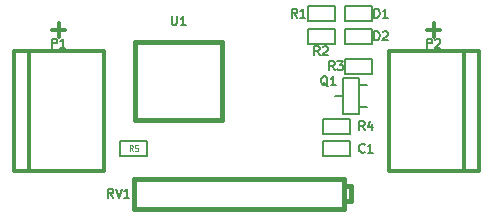
<source format=gto>
G04 #@! TF.FileFunction,Legend,Top*
%FSLAX46Y46*%
G04 Gerber Fmt 4.6, Leading zero omitted, Abs format (unit mm)*
G04 Created by KiCad (PCBNEW 4.0.4-stable) date Thu Oct  6 00:02:17 2016*
%MOMM*%
%LPD*%
G01*
G04 APERTURE LIST*
%ADD10C,0.100000*%
%ADD11C,0.300000*%
%ADD12C,0.381000*%
%ADD13C,0.304800*%
%ADD14C,0.127000*%
%ADD15C,0.150000*%
%ADD16C,0.114300*%
G04 APERTURE END LIST*
D10*
D11*
X161988572Y-67417143D02*
X163131429Y-67417143D01*
X162560000Y-67988571D02*
X162560000Y-66845714D01*
X130238572Y-67417143D02*
X131381429Y-67417143D01*
X130810000Y-67988571D02*
X130810000Y-66845714D01*
D12*
X137269220Y-68455540D02*
X137269220Y-75054460D01*
X137269220Y-75054460D02*
X144670780Y-75054460D01*
X144670780Y-75054460D02*
X144670780Y-68455540D01*
X144670780Y-68455540D02*
X137269220Y-68455540D01*
D13*
X165100000Y-69215000D02*
X165100000Y-79375000D01*
X166370000Y-69215000D02*
X158750000Y-69215000D01*
X158750000Y-69215000D02*
X158750000Y-79375000D01*
X158750000Y-79375000D02*
X166370000Y-79375000D01*
X166370000Y-79375000D02*
X166370000Y-69215000D01*
D14*
X155067000Y-65405000D02*
X157353000Y-65405000D01*
X157353000Y-65405000D02*
X157353000Y-66675000D01*
X157353000Y-66675000D02*
X155067000Y-66675000D01*
X155067000Y-66675000D02*
X155067000Y-65405000D01*
X155067000Y-67310000D02*
X157353000Y-67310000D01*
X157353000Y-67310000D02*
X157353000Y-68580000D01*
X157353000Y-68580000D02*
X155067000Y-68580000D01*
X155067000Y-68580000D02*
X155067000Y-67310000D01*
D13*
X128270000Y-79375000D02*
X128270000Y-69215000D01*
X127000000Y-79375000D02*
X134620000Y-79375000D01*
X134620000Y-79375000D02*
X134620000Y-69215000D01*
X134620000Y-69215000D02*
X127000000Y-69215000D01*
X127000000Y-69215000D02*
X127000000Y-79375000D01*
D14*
X151892000Y-65405000D02*
X154178000Y-65405000D01*
X154178000Y-65405000D02*
X154178000Y-66675000D01*
X154178000Y-66675000D02*
X151892000Y-66675000D01*
X151892000Y-66675000D02*
X151892000Y-65405000D01*
X151892000Y-67310000D02*
X154178000Y-67310000D01*
X154178000Y-67310000D02*
X154178000Y-68580000D01*
X154178000Y-68580000D02*
X151892000Y-68580000D01*
X151892000Y-68580000D02*
X151892000Y-67310000D01*
X153162000Y-74930000D02*
X155448000Y-74930000D01*
X155448000Y-74930000D02*
X155448000Y-76200000D01*
X155448000Y-76200000D02*
X153162000Y-76200000D01*
X153162000Y-76200000D02*
X153162000Y-74930000D01*
X155067000Y-69850000D02*
X157353000Y-69850000D01*
X157353000Y-69850000D02*
X157353000Y-71120000D01*
X157353000Y-71120000D02*
X155067000Y-71120000D01*
X155067000Y-71120000D02*
X155067000Y-69850000D01*
D12*
X154940000Y-81915000D02*
X155575000Y-81915000D01*
X155575000Y-81915000D02*
X155575000Y-80645000D01*
X155575000Y-80645000D02*
X154940000Y-80645000D01*
X154940000Y-80010000D02*
X137160000Y-80010000D01*
X137160000Y-80010000D02*
X137160000Y-82550000D01*
X137160000Y-82550000D02*
X154940000Y-82550000D01*
X154940000Y-82550000D02*
X154940000Y-80010000D01*
D14*
X156273500Y-72072500D02*
X156933900Y-72072500D01*
X156273500Y-73977500D02*
X156933900Y-73977500D01*
X154876500Y-73025000D02*
X154216100Y-73025000D01*
X154876500Y-74523600D02*
X154876500Y-71526400D01*
X154876500Y-71526400D02*
X156273500Y-71526400D01*
X156273500Y-71526400D02*
X156273500Y-74523600D01*
X156273500Y-74523600D02*
X154876500Y-74523600D01*
X153162000Y-76835000D02*
X155448000Y-76835000D01*
X155448000Y-76835000D02*
X155448000Y-78105000D01*
X155448000Y-78105000D02*
X153162000Y-78105000D01*
X153162000Y-78105000D02*
X153162000Y-76835000D01*
X136017000Y-76835000D02*
X138303000Y-76835000D01*
X138303000Y-76835000D02*
X138303000Y-78105000D01*
X138303000Y-78105000D02*
X136017000Y-78105000D01*
X136017000Y-78105000D02*
X136017000Y-76835000D01*
D15*
X140398571Y-66264286D02*
X140398571Y-66871429D01*
X140434286Y-66942857D01*
X140470000Y-66978571D01*
X140541429Y-67014286D01*
X140684286Y-67014286D01*
X140755714Y-66978571D01*
X140791429Y-66942857D01*
X140827143Y-66871429D01*
X140827143Y-66264286D01*
X141577143Y-67014286D02*
X141148571Y-67014286D01*
X141362857Y-67014286D02*
X141362857Y-66264286D01*
X141291428Y-66371429D01*
X141220000Y-66442857D01*
X141148571Y-66478571D01*
X162006428Y-68919286D02*
X162006428Y-68169286D01*
X162292143Y-68169286D01*
X162363571Y-68205000D01*
X162399286Y-68240714D01*
X162435000Y-68312143D01*
X162435000Y-68419286D01*
X162399286Y-68490714D01*
X162363571Y-68526429D01*
X162292143Y-68562143D01*
X162006428Y-68562143D01*
X162720714Y-68240714D02*
X162756428Y-68205000D01*
X162827857Y-68169286D01*
X163006428Y-68169286D01*
X163077857Y-68205000D01*
X163113571Y-68240714D01*
X163149286Y-68312143D01*
X163149286Y-68383571D01*
X163113571Y-68490714D01*
X162685000Y-68919286D01*
X163149286Y-68919286D01*
X157561428Y-66379286D02*
X157561428Y-65629286D01*
X157740000Y-65629286D01*
X157847143Y-65665000D01*
X157918571Y-65736429D01*
X157954286Y-65807857D01*
X157990000Y-65950714D01*
X157990000Y-66057857D01*
X157954286Y-66200714D01*
X157918571Y-66272143D01*
X157847143Y-66343571D01*
X157740000Y-66379286D01*
X157561428Y-66379286D01*
X158704286Y-66379286D02*
X158275714Y-66379286D01*
X158490000Y-66379286D02*
X158490000Y-65629286D01*
X158418571Y-65736429D01*
X158347143Y-65807857D01*
X158275714Y-65843571D01*
X157561428Y-68284286D02*
X157561428Y-67534286D01*
X157740000Y-67534286D01*
X157847143Y-67570000D01*
X157918571Y-67641429D01*
X157954286Y-67712857D01*
X157990000Y-67855714D01*
X157990000Y-67962857D01*
X157954286Y-68105714D01*
X157918571Y-68177143D01*
X157847143Y-68248571D01*
X157740000Y-68284286D01*
X157561428Y-68284286D01*
X158275714Y-67605714D02*
X158311428Y-67570000D01*
X158382857Y-67534286D01*
X158561428Y-67534286D01*
X158632857Y-67570000D01*
X158668571Y-67605714D01*
X158704286Y-67677143D01*
X158704286Y-67748571D01*
X158668571Y-67855714D01*
X158240000Y-68284286D01*
X158704286Y-68284286D01*
X130256428Y-68919286D02*
X130256428Y-68169286D01*
X130542143Y-68169286D01*
X130613571Y-68205000D01*
X130649286Y-68240714D01*
X130685000Y-68312143D01*
X130685000Y-68419286D01*
X130649286Y-68490714D01*
X130613571Y-68526429D01*
X130542143Y-68562143D01*
X130256428Y-68562143D01*
X131399286Y-68919286D02*
X130970714Y-68919286D01*
X131185000Y-68919286D02*
X131185000Y-68169286D01*
X131113571Y-68276429D01*
X131042143Y-68347857D01*
X130970714Y-68383571D01*
X151005000Y-66379286D02*
X150755000Y-66022143D01*
X150576428Y-66379286D02*
X150576428Y-65629286D01*
X150862143Y-65629286D01*
X150933571Y-65665000D01*
X150969286Y-65700714D01*
X151005000Y-65772143D01*
X151005000Y-65879286D01*
X150969286Y-65950714D01*
X150933571Y-65986429D01*
X150862143Y-66022143D01*
X150576428Y-66022143D01*
X151719286Y-66379286D02*
X151290714Y-66379286D01*
X151505000Y-66379286D02*
X151505000Y-65629286D01*
X151433571Y-65736429D01*
X151362143Y-65807857D01*
X151290714Y-65843571D01*
X152910000Y-69554286D02*
X152660000Y-69197143D01*
X152481428Y-69554286D02*
X152481428Y-68804286D01*
X152767143Y-68804286D01*
X152838571Y-68840000D01*
X152874286Y-68875714D01*
X152910000Y-68947143D01*
X152910000Y-69054286D01*
X152874286Y-69125714D01*
X152838571Y-69161429D01*
X152767143Y-69197143D01*
X152481428Y-69197143D01*
X153195714Y-68875714D02*
X153231428Y-68840000D01*
X153302857Y-68804286D01*
X153481428Y-68804286D01*
X153552857Y-68840000D01*
X153588571Y-68875714D01*
X153624286Y-68947143D01*
X153624286Y-69018571D01*
X153588571Y-69125714D01*
X153160000Y-69554286D01*
X153624286Y-69554286D01*
X156720000Y-75904286D02*
X156470000Y-75547143D01*
X156291428Y-75904286D02*
X156291428Y-75154286D01*
X156577143Y-75154286D01*
X156648571Y-75190000D01*
X156684286Y-75225714D01*
X156720000Y-75297143D01*
X156720000Y-75404286D01*
X156684286Y-75475714D01*
X156648571Y-75511429D01*
X156577143Y-75547143D01*
X156291428Y-75547143D01*
X157362857Y-75404286D02*
X157362857Y-75904286D01*
X157184286Y-75118571D02*
X157005714Y-75654286D01*
X157470000Y-75654286D01*
X154180000Y-70824286D02*
X153930000Y-70467143D01*
X153751428Y-70824286D02*
X153751428Y-70074286D01*
X154037143Y-70074286D01*
X154108571Y-70110000D01*
X154144286Y-70145714D01*
X154180000Y-70217143D01*
X154180000Y-70324286D01*
X154144286Y-70395714D01*
X154108571Y-70431429D01*
X154037143Y-70467143D01*
X153751428Y-70467143D01*
X154430000Y-70074286D02*
X154894286Y-70074286D01*
X154644286Y-70360000D01*
X154751428Y-70360000D01*
X154822857Y-70395714D01*
X154858571Y-70431429D01*
X154894286Y-70502857D01*
X154894286Y-70681429D01*
X154858571Y-70752857D01*
X154822857Y-70788571D01*
X154751428Y-70824286D01*
X154537143Y-70824286D01*
X154465714Y-70788571D01*
X154430000Y-70752857D01*
X135443572Y-81619286D02*
X135193572Y-81262143D01*
X135015000Y-81619286D02*
X135015000Y-80869286D01*
X135300715Y-80869286D01*
X135372143Y-80905000D01*
X135407858Y-80940714D01*
X135443572Y-81012143D01*
X135443572Y-81119286D01*
X135407858Y-81190714D01*
X135372143Y-81226429D01*
X135300715Y-81262143D01*
X135015000Y-81262143D01*
X135657858Y-80869286D02*
X135907858Y-81619286D01*
X136157858Y-80869286D01*
X136800715Y-81619286D02*
X136372143Y-81619286D01*
X136586429Y-81619286D02*
X136586429Y-80869286D01*
X136515000Y-80976429D01*
X136443572Y-81047857D01*
X136372143Y-81083571D01*
X153598571Y-72165714D02*
X153527143Y-72130000D01*
X153455714Y-72058571D01*
X153348571Y-71951429D01*
X153277143Y-71915714D01*
X153205714Y-71915714D01*
X153241429Y-72094286D02*
X153170000Y-72058571D01*
X153098571Y-71987143D01*
X153062857Y-71844286D01*
X153062857Y-71594286D01*
X153098571Y-71451429D01*
X153170000Y-71380000D01*
X153241429Y-71344286D01*
X153384286Y-71344286D01*
X153455714Y-71380000D01*
X153527143Y-71451429D01*
X153562857Y-71594286D01*
X153562857Y-71844286D01*
X153527143Y-71987143D01*
X153455714Y-72058571D01*
X153384286Y-72094286D01*
X153241429Y-72094286D01*
X154277143Y-72094286D02*
X153848571Y-72094286D01*
X154062857Y-72094286D02*
X154062857Y-71344286D01*
X153991428Y-71451429D01*
X153920000Y-71522857D01*
X153848571Y-71558571D01*
X156720000Y-77737857D02*
X156684286Y-77773571D01*
X156577143Y-77809286D01*
X156505714Y-77809286D01*
X156398571Y-77773571D01*
X156327143Y-77702143D01*
X156291428Y-77630714D01*
X156255714Y-77487857D01*
X156255714Y-77380714D01*
X156291428Y-77237857D01*
X156327143Y-77166429D01*
X156398571Y-77095000D01*
X156505714Y-77059286D01*
X156577143Y-77059286D01*
X156684286Y-77095000D01*
X156720000Y-77130714D01*
X157434286Y-77809286D02*
X157005714Y-77809286D01*
X157220000Y-77809286D02*
X157220000Y-77059286D01*
X157148571Y-77166429D01*
X157077143Y-77237857D01*
X157005714Y-77273571D01*
D16*
X137083800Y-77699810D02*
X136931400Y-77457905D01*
X136822543Y-77699810D02*
X136822543Y-77191810D01*
X136996715Y-77191810D01*
X137040257Y-77216000D01*
X137062029Y-77240190D01*
X137083800Y-77288571D01*
X137083800Y-77361143D01*
X137062029Y-77409524D01*
X137040257Y-77433714D01*
X136996715Y-77457905D01*
X136822543Y-77457905D01*
X137497457Y-77191810D02*
X137279743Y-77191810D01*
X137257972Y-77433714D01*
X137279743Y-77409524D01*
X137323286Y-77385333D01*
X137432143Y-77385333D01*
X137475686Y-77409524D01*
X137497457Y-77433714D01*
X137519229Y-77482095D01*
X137519229Y-77603048D01*
X137497457Y-77651429D01*
X137475686Y-77675619D01*
X137432143Y-77699810D01*
X137323286Y-77699810D01*
X137279743Y-77675619D01*
X137257972Y-77651429D01*
M02*

</source>
